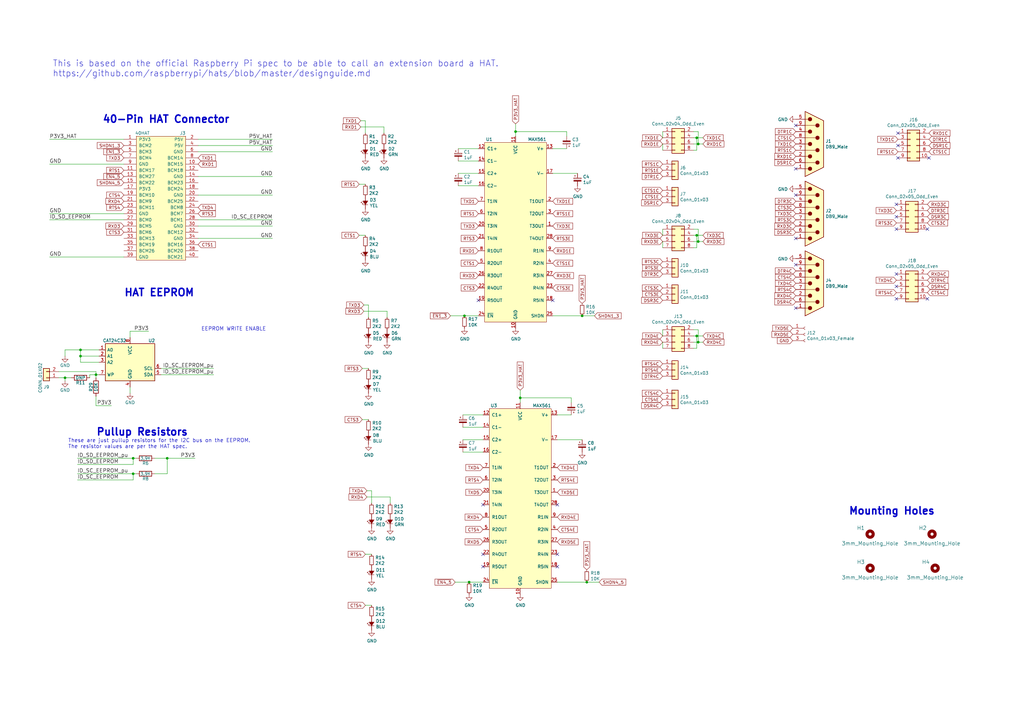
<source format=kicad_sch>
(kicad_sch (version 20230121) (generator eeschema)
  (paper "A3")
  (title_block (title "RPi V.24") (date "2021-09-07") (rev "A"))
  (junction (at 286.385 99.06))
  (junction (at 39.37 153.67))
  (junction (at 33.02 146.05))
  (junction (at 286.385 59.055))
  (junction (at 240.665 238.76))
  (junction (at 68.58 187.96))
  (junction (at 238.76 129.54))
  (junction (at 213.36 163.195))
  (junction (at 190.5 129.54))
  (junction (at 285.75 56.515))
  (junction (at 26.67 154.94))
  (junction (at 192.405 238.76))
  (junction (at 286.385 140.335))
  (junction (at 285.75 96.52))
  (junction (at 33.02 143.51))
  (junction (at 211.455 53.975))
  (junction (at 285.75 137.795))
  (junction (at 54.61 187.96))
  (junction (at 54.61 194.31))
  (no_connect (at 367.665 117.475))
  (no_connect (at 198.12 227.33))
  (no_connect (at 368.3 59.69))
  (no_connect (at 367.665 93.98))
  (no_connect (at 226.695 123.19))
  (no_connect (at 380.365 122.555))
  (no_connect (at 326.39 69.215))
  (no_connect (at 368.3 54.61))
  (no_connect (at 326.39 51.435))
  (no_connect (at 367.665 122.555))
  (no_connect (at 326.39 108.585))
  (no_connect (at 367.665 112.395))
  (no_connect (at 196.215 123.19))
  (no_connect (at 326.39 80.01))
  (no_connect (at 228.6 227.33))
  (no_connect (at 381 64.77))
  (no_connect (at 228.6 207.01))
  (no_connect (at 367.665 83.82))
  (no_connect (at 198.12 232.41))
  (no_connect (at 228.6 232.41))
  (no_connect (at 326.39 126.365))
  (no_connect (at 368.3 64.77))
  (no_connect (at 326.39 97.79))
  (no_connect (at 367.665 88.9))
  (no_connect (at 380.365 93.98))
  (no_connect (at 198.12 207.01))
  (wire (pts (xy 151.13 130.175) (xy 151.13 125.095)))
  (wire (pts (xy 26.67 143.51) (xy 33.02 143.51)))
  (wire (pts (xy 285.75 96.52) (xy 288.29 96.52)))
  (wire (pts (xy 286.385 53.975) (xy 286.385 59.055)))
  (wire (pts (xy 54.61 190.5) (xy 31.75 190.5)))
  (wire (pts (xy 228.6 238.76) (xy 240.665 238.76)))
  (wire (pts (xy 234.315 170.18) (xy 228.6 170.18)))
  (wire (pts (xy 149.225 125.095) (xy 151.13 125.095)))
  (wire (pts (xy 26.67 143.51) (xy 26.67 146.05)))
  (wire (pts (xy 271.78 135.255) (xy 271.78 137.795)))
  (wire (pts (xy 285.75 137.795) (xy 288.29 137.795)))
  (wire (pts (xy 33.02 146.05) (xy 33.02 148.59)))
  (wire (pts (xy 26.67 156.21) (xy 26.67 154.94)))
  (wire (pts (xy 271.78 93.98) (xy 271.78 96.52)))
  (wire (pts (xy 238.76 129.54) (xy 243.84 129.54)))
  (wire (pts (xy 286.385 135.255) (xy 286.385 140.335)))
  (wire (pts (xy 50.8 67.31) (xy 20.32 67.31)))
  (wire (pts (xy 24.13 154.94) (xy 26.67 154.94)))
  (wire (pts (xy 149.86 54.61) (xy 149.86 49.53)))
  (wire (pts (xy 81.28 72.39) (xy 111.76 72.39)))
  (wire (pts (xy 39.37 166.37) (xy 39.37 162.56)))
  (wire (pts (xy 240.665 238.76) (xy 245.745 238.76)))
  (wire (pts (xy 232.41 55.88) (xy 232.41 53.975)))
  (wire (pts (xy 68.58 187.96) (xy 80.01 187.96)))
  (wire (pts (xy 45.72 166.37) (xy 39.37 166.37)))
  (wire (pts (xy 24.13 152.4) (xy 39.37 152.4)))
  (wire (pts (xy 147.955 49.53) (xy 149.86 49.53)))
  (wire (pts (xy 189.865 175.26) (xy 198.12 175.26)))
  (wire (pts (xy 284.48 137.795) (xy 285.75 137.795)))
  (wire (pts (xy 149.86 227.33) (xy 152.4 227.33)))
  (wire (pts (xy 271.78 53.975) (xy 271.78 56.515)))
  (wire (pts (xy 234.315 165.1) (xy 234.315 163.195)))
  (wire (pts (xy 150.495 201.295) (xy 152.4 201.295)))
  (wire (pts (xy 198.12 185.42) (xy 189.865 185.42)))
  (wire (pts (xy 285.75 96.52) (xy 285.75 101.6)))
  (wire (pts (xy 238.76 180.34) (xy 228.6 180.34)))
  (wire (pts (xy 186.69 238.76) (xy 192.405 238.76)))
  (wire (pts (xy 81.28 90.17) (xy 111.76 90.17)))
  (wire (pts (xy 189.865 170.18) (xy 198.12 170.18)))
  (wire (pts (xy 68.58 194.31) (xy 63.5 194.31)))
  (wire (pts (xy 285.75 61.595) (xy 284.48 61.595)))
  (wire (pts (xy 157.48 54.61) (xy 157.48 52.07)))
  (wire (pts (xy 81.28 80.01) (xy 111.76 80.01)))
  (wire (pts (xy 284.48 93.98) (xy 286.385 93.98)))
  (wire (pts (xy 148.59 151.13) (xy 151.13 151.13)))
  (wire (pts (xy 81.28 97.79) (xy 111.76 97.79)))
  (wire (pts (xy 236.855 71.12) (xy 226.695 71.12)))
  (wire (pts (xy 160.02 206.375) (xy 160.02 203.835)))
  (wire (pts (xy 285.75 101.6) (xy 284.48 101.6)))
  (wire (pts (xy 196.215 76.2) (xy 187.96 76.2)))
  (wire (pts (xy 286.385 59.055) (xy 288.29 59.055)))
  (wire (pts (xy 81.28 59.69) (xy 111.76 59.69)))
  (wire (pts (xy 213.36 160.02) (xy 213.36 163.195)))
  (wire (pts (xy 81.28 62.23) (xy 111.76 62.23)))
  (wire (pts (xy 53.34 135.89) (xy 53.34 138.43)))
  (wire (pts (xy 152.4 206.375) (xy 152.4 201.295)))
  (wire (pts (xy 286.385 140.335) (xy 284.48 140.335)))
  (wire (pts (xy 40.64 146.05) (xy 33.02 146.05)))
  (wire (pts (xy 39.37 152.4) (xy 39.37 153.67)))
  (wire (pts (xy 54.61 196.85) (xy 31.75 196.85)))
  (wire (pts (xy 189.865 180.34) (xy 198.12 180.34)))
  (wire (pts (xy 284.48 53.975) (xy 286.385 53.975)))
  (wire (pts (xy 284.48 135.255) (xy 286.385 135.255)))
  (wire (pts (xy 285.75 56.515) (xy 285.75 61.595)))
  (wire (pts (xy 53.34 158.75) (xy 53.34 161.29)))
  (wire (pts (xy 187.96 60.96) (xy 196.215 60.96)))
  (wire (pts (xy 184.785 129.54) (xy 190.5 129.54)))
  (wire (pts (xy 286.385 99.06) (xy 288.29 99.06)))
  (wire (pts (xy 234.315 163.195) (xy 213.36 163.195)))
  (wire (pts (xy 53.34 135.89) (xy 60.96 135.89)))
  (wire (pts (xy 284.48 56.515) (xy 285.75 56.515)))
  (wire (pts (xy 33.02 148.59) (xy 40.64 148.59)))
  (wire (pts (xy 232.41 53.975) (xy 211.455 53.975)))
  (wire (pts (xy 39.37 153.67) (xy 40.64 153.67)))
  (wire (pts (xy 285.75 56.515) (xy 288.29 56.515)))
  (wire (pts (xy 232.41 60.96) (xy 226.695 60.96)))
  (wire (pts (xy 50.8 105.41) (xy 20.32 105.41)))
  (wire (pts (xy 148.59 172.085) (xy 151.13 172.085)))
  (wire (pts (xy 66.04 151.13) (xy 87.63 151.13)))
  (wire (pts (xy 213.36 163.195) (xy 213.36 165.1)))
  (wire (pts (xy 271.78 59.055) (xy 271.78 61.595)))
  (wire (pts (xy 211.455 53.975) (xy 211.455 55.88)))
  (wire (pts (xy 26.67 154.94) (xy 29.21 154.94)))
  (wire (pts (xy 285.75 137.795) (xy 285.75 142.875)))
  (wire (pts (xy 33.02 143.51) (xy 40.64 143.51)))
  (wire (pts (xy 33.02 143.51) (xy 33.02 146.05)))
  (wire (pts (xy 150.495 203.835) (xy 160.02 203.835)))
  (wire (pts (xy 50.8 87.63) (xy 20.32 87.63)))
  (wire (pts (xy 147.32 96.52) (xy 149.86 96.52)))
  (wire (pts (xy 31.75 194.31) (xy 54.61 194.31)))
  (wire (pts (xy 286.385 93.98) (xy 286.385 99.06)))
  (wire (pts (xy 286.385 99.06) (xy 284.48 99.06)))
  (wire (pts (xy 158.75 130.175) (xy 158.75 127.635)))
  (wire (pts (xy 211.455 50.8) (xy 211.455 53.975)))
  (wire (pts (xy 36.83 153.67) (xy 36.83 154.94)))
  (wire (pts (xy 271.78 99.06) (xy 271.78 101.6)))
  (wire (pts (xy 54.61 187.96) (xy 55.88 187.96)))
  (wire (pts (xy 286.385 59.055) (xy 284.48 59.055)))
  (wire (pts (xy 192.405 238.76) (xy 198.12 238.76)))
  (wire (pts (xy 63.5 187.96) (xy 68.58 187.96)))
  (wire (pts (xy 50.8 90.17) (xy 20.32 90.17)))
  (wire (pts (xy 31.75 187.96) (xy 54.61 187.96)))
  (wire (pts (xy 187.96 71.12) (xy 196.215 71.12)))
  (wire (pts (xy 81.28 92.71) (xy 111.76 92.71)))
  (wire (pts (xy 54.61 194.31) (xy 55.88 194.31)))
  (wire (pts (xy 39.37 153.67) (xy 39.37 154.94)))
  (wire (pts (xy 286.385 140.335) (xy 288.29 140.335)))
  (wire (pts (xy 187.96 66.04) (xy 196.215 66.04)))
  (wire (pts (xy 147.955 52.07) (xy 157.48 52.07)))
  (wire (pts (xy 50.8 57.15) (xy 20.32 57.15)))
  (wire (pts (xy 149.225 127.635) (xy 158.75 127.635)))
  (wire (pts (xy 147.32 75.565) (xy 149.86 75.565)))
  (wire (pts (xy 285.75 142.875) (xy 284.48 142.875)))
  (wire (pts (xy 87.63 153.67) (xy 66.04 153.67)))
  (wire (pts (xy 271.78 140.335) (xy 271.78 142.875)))
  (wire (pts (xy 68.58 194.31) (xy 68.58 187.96)))
  (wire (pts (xy 149.86 248.285) (xy 152.4 248.285)))
  (wire (pts (xy 190.5 129.54) (xy 196.215 129.54)))
  (wire (pts (xy 36.83 153.67) (xy 39.37 153.67)))
  (wire (pts (xy 226.695 129.54) (xy 238.76 129.54)))
  (wire (pts (xy 81.28 57.15) (xy 111.76 57.15)))
  (wire (pts (xy 54.61 190.5) (xy 54.61 187.96)))
  (wire (pts (xy 284.48 96.52) (xy 285.75 96.52)))
  (wire (pts (xy 54.61 196.85) (xy 54.61 194.31)))
  (text "Pullup Resistors" (at 39.37 179.07 0) (effects (font (size 2.9972 2.9972) (thickness 0.5994) bold) (justify left bottom)))
  (text "EEPROM WRITE ENABLE" (at 82.55 135.89 0) (effects (font (size 1.524 1.524)) (justify left bottom)))
  (text "These are just pullup resistors for the I2C bus on the EEPROM.\nThe resistor values are per the HAT spec." (at 27.94 184.15 0) (effects (font (size 1.524 1.524)) (justify left bottom)))
  (text "40-Pin HAT Connector" (at 41.91 50.8 0) (effects (font (size 2.9972 2.9972) (thickness 0.5994) bold) (justify left bottom)))
  (text "HAT EEPROM" (at 50.8 121.92 0) (effects (font (size 2.9972 2.9972) (thickness 0.5994) bold) (justify left bottom)))
  (text "Mounting Holes" (at 347.98 211.455 0) (effects (font (size 2.9972 2.9972) (thickness 0.5994) bold) (justify left bottom)))
  (text "This is based on the official Raspberry Pi spec to be able to call an extension board a HAT.\nhttps://github.com/raspberrypi/hats/blob/master/designguide.md" (at 21.59 31.75 0) (effects (font (size 2.54 2.54)) (justify left bottom)))
  (label "ID_SC_EEPROM_pu" (at 31.75 194.31 0) (effects (font (size 1.524 1.524))))
  (label "GND" (at 20.32 87.63 0) (effects (font (size 1.524 1.524))))
  (label "GND" (at 20.32 105.41 0) (effects (font (size 1.524 1.524))))
  (label "ID_SD_EEPROM_pu" (at 87.63 153.67 180) (effects (font (size 1.524 1.524))))
  (label "P3V3_HAT" (at 20.32 57.15 0) (effects (font (size 1.524 1.524))))
  (label "P5V_HAT" (at 111.76 59.69 180) (effects (font (size 1.524 1.524))))
  (label "P3V3" (at 60.96 135.89 180) (effects (font (size 1.524 1.524))))
  (label "ID_SD_EEPROM" (at 20.32 90.17 0) (effects (font (size 1.524 1.524))))
  (label "ID_SC_EEPROM" (at 31.75 196.85 0) (effects (font (size 1.524 1.524))))
  (label "GND" (at 111.76 62.23 180) (effects (font (size 1.524 1.524))))
  (label "ID_SC_EEPROM" (at 111.76 90.17 180) (effects (font (size 1.524 1.524))))
  (label "P3V3" (at 80.01 187.96 180) (effects (font (size 1.524 1.524))))
  (label "GND" (at 111.76 72.39 180) (effects (font (size 1.524 1.524))))
  (label "GND" (at 111.76 92.71 180) (effects (font (size 1.524 1.524))))
  (label "P3V3" (at 45.72 166.37 180) (effects (font (size 1.524 1.524))))
  (label "GND" (at 111.76 80.01 180) (effects (font (size 1.524 1.524))))
  (label "P5V_HAT" (at 111.76 57.15 180) (effects (font (size 1.524 1.524))))
  (label "GND" (at 20.32 67.31 0) (effects (font (size 1.524 1.524))))
  (label "ID_SD_EEPROM_pu" (at 31.75 187.96 0) (effects (font (size 1.524 1.524))))
  (label "ID_SC_EEPROM_pu" (at 87.63 151.13 180) (effects (font (size 1.524 1.524))))
  (label "ID_SD_EEPROM" (at 31.75 190.5 0) (effects (font (size 1.524 1.524))))
  (label "GND" (at 111.76 97.79 180) (effects (font (size 1.524 1.524))))
  (global_label "TXD3E" (shape input) (at 271.78 96.52 180) (property "Intersheetrefs" "${INTERSHEET_REFS}" (effects hide)))
  (global_label "RXD4C" (shape input) (at 380.365 112.395 0) (property "Intersheetrefs" "${INTERSHEET_REFS}" (effects hide)))
  (global_label "~{EN4_5}" (shape input) (at 50.8 72.39 180) (property "Intersheetrefs" "${INTERSHEET_REFS}" (effects hide)))
  (global_label "RTS1" (shape input) (at 147.32 75.565 180) (property "Intersheetrefs" "${INTERSHEET_REFS}" (effects hide)))
  (global_label "CTS4" (shape input) (at 50.8 80.01 180) (property "Intersheetrefs" "${INTERSHEET_REFS}" (effects hide)))
  (global_label "RTS4" (shape input) (at 50.8 85.09 180) (property "Intersheetrefs" "${INTERSHEET_REFS}" (effects hide)))
  (global_label "RTS3" (shape input) (at 196.215 97.79 180) (property "Intersheetrefs" "${INTERSHEET_REFS}" (effects hide)))
  (global_label "TXD3" (shape input) (at 50.8 64.77 180) (property "Intersheetrefs" "${INTERSHEET_REFS}" (effects hide)))
  (global_label "DTR1C" (shape input) (at 271.78 72.39 180) (property "Intersheetrefs" "${INTERSHEET_REFS}" (effects hide)))
  (global_label "TXD1" (shape input) (at 81.28 64.77 0) (property "Intersheetrefs" "${INTERSHEET_REFS}" (effects hide)))
  (global_label "CTS1C" (shape input) (at 326.39 56.515 180) (property "Intersheetrefs" "${INTERSHEET_REFS}" (effects hide)))
  (global_label "RTS4E" (shape input) (at 228.6 196.85 0) (property "Intersheetrefs" "${INTERSHEET_REFS}" (effects hide)))
  (global_label "CTS1" (shape input) (at 147.32 96.52 180) (property "Intersheetrefs" "${INTERSHEET_REFS}" (effects hide)))
  (global_label "RTS4C" (shape input) (at 326.39 118.745 180) (property "Intersheetrefs" "${INTERSHEET_REFS}" (effects hide)))
  (global_label "RXD1" (shape input) (at 196.215 102.87 180) (property "Intersheetrefs" "${INTERSHEET_REFS}" (effects hide)))
  (global_label "RTS4E" (shape input) (at 271.78 151.765 180) (property "Intersheetrefs" "${INTERSHEET_REFS}" (effects hide)))
  (global_label "RXD4C" (shape input) (at 288.29 140.335 0) (property "Intersheetrefs" "${INTERSHEET_REFS}" (effects hide)))
  (global_label "CTS3C" (shape input) (at 380.365 91.44 0) (property "Intersheetrefs" "${INTERSHEET_REFS}" (effects hide)))
  (global_label "RXD4C" (shape input) (at 326.39 121.285 180) (property "Intersheetrefs" "${INTERSHEET_REFS}" (effects hide)))
  (global_label "CTS4C" (shape input) (at 271.78 161.29 180) (property "Intersheetrefs" "${INTERSHEET_REFS}" (effects hide)))
  (global_label "TXD5E" (shape input) (at 325.12 134.62 180) (property "Intersheetrefs" "${INTERSHEET_REFS}" (effects hide)))
  (global_label "DSR3C" (shape input) (at 380.365 88.9 0) (property "Intersheetrefs" "${INTERSHEET_REFS}" (effects hide)))
  (global_label "RTS4" (shape input) (at 149.86 227.33 180) (property "Intersheetrefs" "${INTERSHEET_REFS}" (effects hide)))
  (global_label "SHDN4_5" (shape input) (at 50.8 74.93 180) (property "Intersheetrefs" "${INTERSHEET_REFS}" (effects hide)))
  (global_label "TXD1" (shape input) (at 147.955 49.53 180) (property "Intersheetrefs" "${INTERSHEET_REFS}" (effects hide)))
  (global_label "CTS3" (shape input) (at 50.8 95.25 180) (property "Intersheetrefs" "${INTERSHEET_REFS}" (effects hide)))
  (global_label "RXD3C" (shape input) (at 326.39 92.71 180) (property "Intersheetrefs" "${INTERSHEET_REFS}" (effects hide)))
  (global_label "RXD5E" (shape input) (at 325.12 137.16 180) (property "Intersheetrefs" "${INTERSHEET_REFS}" (effects hide)))
  (global_label "DSR3C" (shape input) (at 326.39 95.25 180) (property "Intersheetrefs" "${INTERSHEET_REFS}" (effects hide)))
  (global_label "RXD4" (shape input) (at 150.495 203.835 180) (property "Intersheetrefs" "${INTERSHEET_REFS}" (effects hide)))
  (global_label "SHDN1_3" (shape input) (at 50.8 59.69 180) (property "Intersheetrefs" "${INTERSHEET_REFS}" (effects hide)))
  (global_label "DTR3C" (shape input) (at 380.365 86.36 0) (property "Intersheetrefs" "${INTERSHEET_REFS}" (effects hide)))
  (global_label "RTS1C" (shape input) (at 368.3 62.23 180) (property "Intersheetrefs" "${INTERSHEET_REFS}" (effects hide)))
  (global_label "CTS4" (shape input) (at 198.12 217.17 180) (property "Intersheetrefs" "${INTERSHEET_REFS}" (effects hide)))
  (global_label "CTS3E" (shape input) (at 271.78 120.65 180) (property "Intersheetrefs" "${INTERSHEET_REFS}" (effects hide)))
  (global_label "CTS4E" (shape input) (at 228.6 217.17 0) (property "Intersheetrefs" "${INTERSHEET_REFS}" (effects hide)))
  (global_label "CTS1E" (shape input) (at 226.695 107.95 0) (property "Intersheetrefs" "${INTERSHEET_REFS}" (effects hide)))
  (global_label "DTR3C" (shape input) (at 271.78 112.395 180) (property "Intersheetrefs" "${INTERSHEET_REFS}" (effects hide)))
  (global_label "RTS4C" (shape input) (at 271.78 149.225 180) (property "Intersheetrefs" "${INTERSHEET_REFS}" (effects hide)))
  (global_label "~{EN1_3}" (shape input) (at 50.8 62.23 180) (property "Intersheetrefs" "${INTERSHEET_REFS}" (effects hide)))
  (global_label "RXD4E" (shape input) (at 228.6 212.09 0) (property "Intersheetrefs" "${INTERSHEET_REFS}" (effects hide)))
  (global_label "CTS4C" (shape input) (at 326.39 113.665 180) (property "Intersheetrefs" "${INTERSHEET_REFS}" (effects hide)))
  (global_label "CTS1" (shape input) (at 196.215 107.95 180) (property "Intersheetrefs" "${INTERSHEET_REFS}" (effects hide)))
  (global_label "CTS3C" (shape input) (at 326.39 85.09 180) (property "Intersheetrefs" "${INTERSHEET_REFS}" (effects hide)))
  (global_label "RXD4E" (shape input) (at 271.78 140.335 180) (property "Intersheetrefs" "${INTERSHEET_REFS}" (effects hide)))
  (global_label "RXD1E" (shape input) (at 271.78 59.055 180) (property "Intersheetrefs" "${INTERSHEET_REFS}" (effects hide)))
  (global_label "CTS1C" (shape input) (at 381 62.23 0) (property "Intersheetrefs" "${INTERSHEET_REFS}" (effects hide)))
  (global_label "RTS3" (shape input) (at 81.28 87.63 0) (property "Intersheetrefs" "${INTERSHEET_REFS}" (effects hide)))
  (global_label "RTS3" (shape input) (at 148.59 151.13 180) (property "Intersheetrefs" "${INTERSHEET_REFS}" (effects hide)))
  (global_label "RXD1" (shape input) (at 81.28 67.31 0) (property "Intersheetrefs" "${INTERSHEET_REFS}" (effects hide)))
  (global_label "TXD4" (shape input) (at 81.28 85.09 0) (property "Intersheetrefs" "${INTERSHEET_REFS}" (effects hide)))
  (global_label "CTS3E" (shape input) (at 226.695 118.11 0) (property "Intersheetrefs" "${INTERSHEET_REFS}" (effects hide)))
  (global_label "CTS4C" (shape input) (at 380.365 120.015 0) (property "Intersheetrefs" "${INTERSHEET_REFS}" (effects hide)))
  (global_label "RTS4C" (shape input) (at 367.665 120.015 180) (property "Intersheetrefs" "${INTERSHEET_REFS}" (effects hide)))
  (global_label "TXD4" (shape input) (at 198.12 191.77 180) (property "Intersheetrefs" "${INTERSHEET_REFS}" (effects hide)))
  (global_label "TXD3C" (shape input) (at 326.39 87.63 180) (property "Intersheetrefs" "${INTERSHEET_REFS}" (effects hide)))
  (global_label "DSR3C" (shape input) (at 271.78 123.19 180) (property "Intersheetrefs" "${INTERSHEET_REFS}" (effects hide)))
  (global_label "RTS3E" (shape input) (at 271.78 109.855 180) (property "Intersheetrefs" "${INTERSHEET_REFS}" (effects hide)))
  (global_label "RXD1C" (shape input) (at 288.29 59.055 0) (property "Intersheetrefs" "${INTERSHEET_REFS}" (effects hide)))
  (global_label "RXD3E" (shape input) (at 271.78 99.06 180) (property "Intersheetrefs" "${INTERSHEET_REFS}" (effects hide)))
  (global_label "DTR1C" (shape input) (at 326.39 53.975 180) (property "Intersheetrefs" "${INTERSHEET_REFS}" (effects hide)))
  (global_label "TXD3" (shape input) (at 196.215 92.71 180) (property "Intersheetrefs" "${INTERSHEET_REFS}" (effects hide)))
  (global_label "RTS3C" (shape input) (at 367.665 91.44 180) (property "Intersheetrefs" "${INTERSHEET_REFS}" (effects hide)))
  (global_label "DSR4C" (shape input) (at 326.39 123.825 180) (property "Intersheetrefs" "${INTERSHEET_REFS}" (effects hide)))
  (global_label "DTR3C" (shape input) (at 326.39 82.55 180) (property "Intersheetrefs" "${INTERSHEET_REFS}" (effects hide)))
  (global_label "DTR4C" (shape input) (at 326.39 111.125 180) (property "Intersheetrefs" "${INTERSHEET_REFS}" (effects hide)))
  (global_label "TXD1" (shape input) (at 196.215 82.55 180) (property "Intersheetrefs" "${INTERSHEET_REFS}" (effects hide)))
  (global_label "RTS3C" (shape input) (at 271.78 107.315 180) (property "Intersheetrefs" "${INTERSHEET_REFS}" (effects hide)))
  (global_label "P3V3_HAT" (shape input) (at 240.665 233.68 90) (property "Intersheetrefs" "${INTERSHEET_REFS}" (effects hide)))
  (global_label "TXD1E" (shape input) (at 226.695 82.55 0) (property "Intersheetrefs" "${INTERSHEET_REFS}" (effects hide)))
  (global_label "RXD3C" (shape input) (at 288.29 99.06 0) (property "Intersheetrefs" "${INTERSHEET_REFS}" (effects hide)))
  (global_label "RXD1" (shape input) (at 147.955 52.07 180) (property "Intersheetrefs" "${INTERSHEET_REFS}" (effects hide)))
  (global_label "TXD3C" (shape input) (at 288.29 96.52 0) (property "Intersheetrefs" "${INTERSHEET_REFS}" (effects hide)))
  (global_label "RTS1" (shape input) (at 196.215 87.63 180) (property "Intersheetrefs" "${INTERSHEET_REFS}" (effects hide)))
  (global_label "RXD4" (shape input) (at 50.8 82.55 180) (property "Intersheetrefs" "${INTERSHEET_REFS}" (effects hide)))
  (global_label "TXD3C" (shape input) (at 367.665 86.36 180) (property "Intersheetrefs" "${INTERSHEET_REFS}" (effects hide)))
  (global_label "SHDN1_3" (shape input) (at 243.84 129.54 0) (property "Intersheetrefs" "${INTERSHEET_REFS}" (effects hide)))
  (global_label "DTR1C" (shape input) (at 381 57.15 0) (property "Intersheetrefs" "${INTERSHEET_REFS}" (effects hide)))
  (global_label "RTS1" (shape input) (at 50.8 69.85 180) (property "Intersheetrefs" "${INTERSHEET_REFS}" (effects hide)))
  (global_label "DSR4C" (shape input) (at 380.365 117.475 0) (property "Intersheetrefs" "${INTERSHEET_REFS}" (effects hide)))
  (global_label "TXD4C" (shape input) (at 326.39 116.205 180) (property "Intersheetrefs" "${INTERSHEET_REFS}" (effects hide)))
  (global_label "DSR4C" (shape input) (at 271.78 166.37 180) (property "Intersheetrefs" "${INTERSHEET_REFS}" (effects hide)))
  (global_label "RXD1C" (shape input) (at 326.39 64.135 180) (property "Intersheetrefs" "${INTERSHEET_REFS}" (effects hide)))
  (global_label "TXD1E" (shape input) (at 271.78 56.515 180) (property "Intersheetrefs" "${INTERSHEET_REFS}" (effects hide)))
  (global_label "CTS1C" (shape input) (at 271.78 78.105 180) (property "Intersheetrefs" "${INTERSHEET_REFS}" (effects hide)))
  (global_label "TXD1C" (shape input) (at 326.39 59.055 180) (property "Intersheetrefs" "${INTERSHEET_REFS}" (effects hide)))
  (global_label "CTS1E" (shape input) (at 271.78 80.645 180) (property "Intersheetrefs" "${INTERSHEET_REFS}" (effects hide)))
  (global_label "TXD4C" (shape input) (at 288.29 137.795 0) (property "Intersheetrefs" "${INTERSHEET_REFS}" (effects hide)))
  (global_label "DTR4C" (shape input) (at 380.365 114.935 0) (property "Intersheetrefs" "${INTERSHEET_REFS}" (effects hide)))
  (global_label "~{EN1_3}" (shape input) (at 184.785 129.54 180) (property "Intersheetrefs" "${INTERSHEET_REFS}" (effects hide)))
  (global_label "CTS3" (shape input) (at 148.59 172.085 180) (property "Intersheetrefs" "${INTERSHEET_REFS}" (effects hide)))
  (global_label "RXD3" (shape input) (at 196.215 113.03 180) (property "Intersheetrefs" "${INTERSHEET_REFS}" (effects hide)))
  (global_label "P3V3_HAT" (shape input) (at 238.76 124.46 90) (property "Intersheetrefs" "${INTERSHEET_REFS}" (effects hide)))
  (global_label "RXD3" (shape input) (at 50.8 92.71 180) (property "Intersheetrefs" "${INTERSHEET_REFS}" (effects hide)))
  (global_label "CTS4E" (shape input) (at 271.78 163.83 180) (property "Intersheetrefs" "${INTERSHEET_REFS}" (effects hide)))
  (global_label "DSR1C" (shape input) (at 381 59.69 0) (property "Intersheetrefs" "${INTERSHEET_REFS}" (effects hide)))
  (global_label "GND" (shape input) (at 325.12 139.7 180) (property "Intersheetrefs" "${INTERSHEET_REFS}" (effects hide)))
  (global_label "TXD1C" (shape input) (at 288.29 56.515 0) (property "Intersheetrefs" "${INTERSHEET_REFS}" (effects hide)))
  (global_label "RTS3E" (shape input) (at 226.695 97.79 0) (property "Intersheetrefs" "${INTERSHEET_REFS}" (effects hide)))
  (global_label "DTR4C" (shape input) (at 271.78 154.305 180) (property "Intersheetrefs" "${INTERSHEET_REFS}" (effects hide)))
  (global_label "TXD1C" (shape input) (at 368.3 57.15 180) (property "Intersheetrefs" "${INTERSHEET_REFS}" (effects hide)))
  (global_label "RXD1C" (shape input) (at 381 54.61 0) (property "Intersheetrefs" "${INTERSHEET_REFS}" (effects hide)))
  (global_label "CTS1" (shape input) (at 81.28 100.33 0) (property "Intersheetrefs" "${INTERSHEET_REFS}" (effects hide)))
  (global_label "RXD5" (shape input) (at 198.12 222.25 180) (property "Intersheetrefs" "${INTERSHEET_REFS}" (effects hide)))
  (global_label "RTS1C" (shape input) (at 271.78 67.31 180) (property "Intersheetrefs" "${INTERSHEET_REFS}" (effects hide)))
  (global_label "RTS1E" (shape input) (at 271.78 69.85 180) (property "Intersheetrefs" "${INTERSHEET_REFS}" (effects hide)))
  (global_label "RXD3C" (shape input) (at 380.365 83.82 0) (property "Intersheetrefs" "${INTERSHEET_REFS}" (effects hide)))
  (global_label "RXD5E" (shape input) (at 228.6 222.25 0) (property "Intersheetrefs" "${INTERSHEET_REFS}" (effects hide)))
  (global_label "RXD3" (shape input) (at 149.225 127.635 180) (property "Intersheetrefs" "${INTERSHEET_REFS}" (effects hide)))
  (global_label "RTS1E" (shape input) (at 226.695 87.63 0) (property "Intersheetrefs" "${INTERSHEET_REFS}" (effects hide)))
  (global_label "RXD4" (shape input) (at 198.12 212.09 180) (property "Intersheetrefs" "${INTERSHEET_REFS}" (effects hide)))
  (global_label "TXD4E" (shape input) (at 271.78 137.795 180) (property "Intersheetrefs" "${INTERSHEET_REFS}" (effects hide)))
  (global_label "TXD4" (shape input) (at 150.495 201.295 180) (property "Intersheetrefs" "${INTERSHEET_REFS}" (effects hide)))
  (global_label "RXD3E" (shape input) (at 226.695 113.03 0) (property "Intersheetrefs" "${INTERSHEET_REFS}" (effects hide)))
  (global_label "RTS1C" (shape input) (at 326.39 61.595 180) (property "Intersheetrefs" "${INTERSHEET_REFS}" (effects hide)))
  (global_label "CTS4" (shape input) (at 149.86 248.285 180) (property "Intersheetrefs" "${INTERSHEET_REFS}" (effects hide)))
  (global_label "RTS4" (shape input) (at 198.12 196.85 180) (property "Intersheetrefs" "${INTERSHEET_REFS}" (effects hide)))
  (global_label "SHDN4_5" (shape input) (at 245.745 238.76 0) (property "Intersheetrefs" "${INTERSHEET_REFS}" (effects hide)))
  (global_label "TXD4E" (shape input) (at 228.6 191.77 0) (property "Intersheetrefs" "${INTERSHEET_REFS}" (effects hide)))
  (global_label "CTS3" (shape input) (at 196.215 118.11 180) (property "Intersheetrefs" "${INTERSHEET_REFS}" (effects hide)))
  (global_label "P3V3_HAT" (shape input) (at 213.36 160.02 90) (property "Intersheetrefs" "${INTERSHEET_REFS}" (effects hide)))
  (global_label "TXD4C" (shape input) (at 367.665 114.935 180) (property "Intersheetrefs" "${INTERSHEET_REFS}" (effects hide)))
  (global_label "RXD1E" (shape input) (at 226.695 102.87 0) (property "Intersheetrefs" "${INTERSHEET_REFS}" (effects hide)))
  (global_label "DSR1C" (shape input) (at 326.39 66.675 180) (property "Intersheetrefs" "${INTERSHEET_REFS}" (effects hide)))
  (global_label "P3V3_HAT" (shape input) (at 211.455 50.8 90) (property "Intersheetrefs" "${INTERSHEET_REFS}" (effects hide)))
  (global_label "TXD3" (shape input) (at 149.225 125.095 180) (property "Intersheetrefs" "${INTERSHEET_REFS}" (effects hide)))
  (global_label "~{EN4_5}" (shape input) (at 186.69 238.76 180) (property "Intersheetrefs" "${INTERSHEET_REFS}" (effects hide)))
  (global_label "TXD3E" (shape input) (at 226.695 92.71 0) (property "Intersheetrefs" "${INTERSHEET_REFS}" (effects hide)))
  (global_label "TXD5" (shape input) (at 198.12 201.93 180) (property "Intersheetrefs" "${INTERSHEET_REFS}" (effects hide)))
  (global_label "TXD5E" (shape input) (at 228.6 201.93 0) (property "Intersheetrefs" "${INTERSHEET_REFS}" (effects hide)))
  (global_label "CTS3C" (shape input) (at 271.78 118.11 180) (property "Intersheetrefs" "${INTERSHEET_REFS}" (effects hide)))
  (global_label "DSR1C" (shape input) (at 271.78 83.185 180) (property "Intersheetrefs" "${INTERSHEET_REFS}" (effects hide)))
  (global_label "RTS3C" (shape input) (at 326.39 90.17 180) (property "Intersheetrefs" "${INTERSHEET_REFS}" (effects hide)))
  (symbol (lib_id "RPi_V24-rescue:MountingHole-Mechanical") (at 356.87 219.075 0) (unit 1)
    (property "Reference" "H1" (at 353.06 216.535 0) (effects (font (size 1.524 1.524))))
    (property "Value" "3mm_Mounting_Hole" (at 356.87 222.885 0) (effects (font (size 1.524 1.524))))
    (property "Footprint" "project_footprints:NPTH_3mm_ID" (effects hide))
  )
  (symbol (lib_id "RPi_V24-rescue:MountingHole-Mechanical") (at 382.27 219.075 0) (unit 1)
    (property "Reference" "H2" (at 378.46 216.535 0) (effects (font (size 1.524 1.524))))
    (property "Value" "3mm_Mounting_Hole" (at 382.27 222.885 0) (effects (font (size 1.524 1.524))))
    (property "Footprint" "project_footprints:NPTH_3mm_ID" (effects hide))
  )
  (symbol (lib_id "RPi_V24-rescue:MountingHole-Mechanical") (at 356.87 233.045 0) (unit 1)
    (property "Reference" "H3" (at 353.06 230.505 0) (effects (font (size 1.524 1.524))))
    (property "Value" "3mm_Mounting_Hole" (at 356.87 236.855 0) (effects (font (size 1.524 1.524))))
    (property "Footprint" "project_footprints:NPTH_3mm_ID" (effects hide))
  )
  (symbol (lib_id "RPi_V24-rescue:MountingHole-Mechanical") (at 383.54 233.045 0) (unit 1)
    (property "Reference" "H4" (at 379.73 230.505 0) (effects (font (size 1.524 1.524))))
    (property "Value" "3mm_Mounting_Hole" (at 383.54 236.855 0) (effects (font (size 1.524 1.524))))
    (property "Footprint" "project_footprints:NPTH_3mm_ID" (effects hide))
  )
  (symbol (lib_id "raspberrypi_hat:OX40HAT") (at 66.04 57.15 0) (unit 1)
    (property "Reference" "J3" (at 74.93 54.61 0))
    (property "Value" "40HAT" (at 58.42 54.61 0))
    (property "Footprint" "Connector_PinSocket_2.54mm:PinSocket_2x20_P2.54mm_Vertical" (effects hide))
  )
  (symbol (lib_id "raspberrypi_hat:CAT24C32") (at 53.34 148.59 0) (unit 1)
    (property "Reference" "U2" (at 62.23 139.7 0))
    (property "Value" "CAT24C32" (at 46.99 139.7 0))
    (property "Footprint" "Package_SOIC:SOIC-8_3.9x4.9mm_P1.27mm" (effects hide))
  )
  (symbol (lib_id "RPi_V24-rescue:R-Device") (at 59.69 187.96 270) (unit 1)
    (property "Reference" "R6" (at 59.69 189.992 90))
    (property "Value" "3.9K" (at 59.69 187.96 90))
    (property "Footprint" "Resistor_SMD:R_0603_1608Metric_Pad0.84x1.00mm_HandSolder" (effects hide))
  )
  (symbol (lib_id "RPi_V24-rescue:R-Device") (at 59.69 194.31 270) (unit 1)
    (property "Reference" "R8" (at 59.69 196.342 90))
    (property "Value" "3.9K" (at 59.69 194.31 90))
    (property "Footprint" "Resistor_SMD:R_0603_1608Metric_Pad0.84x1.00mm_HandSolder" (effects hide))
  )
  (symbol (lib_id "RPi_V24-rescue:Conn_01x02-Connector_Generic") (at 19.05 154.94 180) (unit 1)
    (property "Reference" "J9" (at 19.05 158.75 0))
    (property "Value" "CONN_01X02" (at 16.51 154.94 90))
    (property "Footprint" "Connector_PinHeader_2.54mm:PinHeader_1x02_P2.54mm_Vertical" (effects hide))
  )
  (symbol (lib_id "RPi_V24-rescue:R-Device") (at 39.37 158.75 180) (unit 1)
    (property "Reference" "R29" (at 37.338 158.75 90))
    (property "Value" "10K" (at 39.37 158.75 90))
    (property "Footprint" "Resistor_SMD:R_0603_1608Metric_Pad0.84x1.00mm_HandSolder" (effects hide))
  )
  (symbol (lib_id "RPi_V24-rescue:GND-power") (at 26.67 146.05 0) (unit 1)
    (property "Reference" "#PWR03" (effects hide))
    (property "Value" "GND" (at 26.67 149.86 0))
  )
  (symbol (lib_id "RPi_V24-rescue:GND-power") (at 26.67 156.21 0) (unit 1)
    (property "Reference" "#PWR04" (effects hide))
    (property "Value" "GND" (at 26.67 160.02 0))
  )
  (symbol (lib_id "RPi_V24-rescue:R-Device") (at 33.02 154.94 270) (unit 1)
    (property "Reference" "R11" (at 33.02 156.972 90))
    (property "Value" "DNP" (at 33.02 154.94 90))
    (property "Footprint" "Resistor_SMD:R_0603_1608Metric_Pad0.84x1.00mm_HandSolder" (effects hide))
  )
  (symbol (lib_id "RPi_V24-rescue:GND-power") (at 53.34 161.29 0) (unit 1)
    (property "Reference" "#PWR05" (effects hide))
    (property "Value" "GND" (at 53.34 165.1 0))
  )
  (symbol (lib_id "RPi_V24-rescue:DB9_Male-Connector") (at 334.01 59.055 0) (unit 1)
    (property "Reference" "J1" (at 338.582 57.8866 0) (effects (justify left)))
    (property "Value" "DB9_Male" (at 338.582 60.198 0) (effects (justify left)))
    (property "Footprint" "Connector_Dsub:DSUB-9_Male_Horizontal_P2.77x2.84mm_EdgePinOffset7.70mm_Housed_MountingHolesOffset9.12mm" (effects hide))
    (property "Datasheet" " ~" (effects hide))
  )
  (symbol (lib_id "RPi_V24-rescue:DB9_Male-Connector") (at 334.01 87.63 0) (unit 1)
    (property "Reference" "J2" (at 338.582 86.4616 0) (effects (justify left)))
    (property "Value" "DB9_Male" (at 338.582 88.773 0) (effects (justify left)))
    (property "Footprint" "Connector_Dsub:DSUB-9_Male_Horizontal_P2.77x2.84mm_EdgePinOffset7.70mm_Housed_MountingHolesOffset9.12mm" (effects hide))
    (property "Datasheet" " ~" (effects hide))
  )
  (symbol (lib_id "RPi_V24-rescue:DB9_Male-Connector") (at 334.01 116.205 0) (unit 1)
    (property "Reference" "J4" (at 338.582 115.0366 0) (effects (justify left)))
    (property "Value" "DB9_Male" (at 338.582 117.348 0) (effects (justify left)))
    (property "Footprint" "Connector_Dsub:DSUB-9_Male_Horizontal_P2.77x2.84mm_EdgePinOffset7.70mm_Housed_MountingHolesOffset9.12mm" (effects hide))
    (property "Datasheet" " ~" (effects hide))
  )
  (symbol (lib_id "RPi_V24-rescue:GND-power") (at 326.39 48.895 270) (unit 1)
    (property "Reference" "#PWR0117" (effects hide))
    (property "Value" "GND" (at 323.1388 49.022 90) (effects (justify right)))
  )
  (symbol (lib_id "RPi_V24-rescue:GND-power") (at 326.39 77.47 270) (unit 1)
    (property "Reference" "#PWR0118" (effects hide))
    (property "Value" "GND" (at 323.1388 77.597 90) (effects (justify right)))
  )
  (symbol (lib_id "RPi_V24-rescue:GND-power") (at 326.39 106.045 270) (unit 1)
    (property "Reference" "#PWR0119" (effects hide))
    (property "Value" "GND" (at 323.1388 106.172 90) (effects (justify right)))
  )
  (symbol (lib_id "MAX561:MAX561") (at 211.455 95.25 0) (unit 1)
    (property "Reference" "U1" (at 200.66 57.15 0))
    (property "Value" "MAX561" (at 220.345 57.15 0))
    (property "Footprint" "Package_SO:SSOP-28_3.9x9.9mm_P0.635mm" (effects hide))
  )
  (symbol (lib_id "RPi_V24-rescue:CP_Small-Device") (at 187.96 63.5 0) (unit 1)
    (property "Reference" "C1" (at 190.1952 62.3316 0) (effects (justify left)))
    (property "Value" "1uF" (at 190.1952 64.643 0) (effects (justify left)))
    (property "Footprint" "Capacitor_SMD:C_0402_1005Metric" (effects hide))
  )
  (symbol (lib_id "RPi_V24-rescue:CP_Small-Device") (at 187.96 73.66 0) (unit 1)
    (property "Reference" "C2" (at 190.1952 72.4916 0) (effects (justify left)))
    (property "Value" "1uF" (at 190.1952 74.803 0) (effects (justify left)))
    (property "Footprint" "Capacitor_SMD:C_0402_1005Metric" (effects hide))
  )
  (symbol (lib_id "RPi_V24-rescue:CP_Small-Device") (at 236.855 73.66 0) (unit 1)
    (property "Reference" "C4" (at 239.0902 72.4916 0) (effects (justify left)))
    (property "Value" "1uF" (at 239.0902 74.803 0) (effects (justify left)))
    (property "Footprint" "Capacitor_SMD:C_0402_1005Metric" (effects hide))
  )
  (symbol (lib_id "RPi_V24-rescue:GND-power") (at 236.855 76.2 0) (unit 1)
    (property "Reference" "#PWR0101" (effects hide))
    (property "Value" "GND" (at 236.982 80.5942 0))
  )
  (symbol (lib_id "RPi_V24-rescue:CP_Small-Device") (at 232.41 58.42 180) (unit 1)
    (property "Reference" "C3" (at 234.6452 57.2516 0) (effects (justify right)))
    (property "Value" "1uF" (at 234.6452 59.563 0) (effects (justify right)))
    (property "Footprint" "Capacitor_SMD:C_0402_1005Metric" (effects hide))
  )
  (symbol (lib_id "MAX561:MAX561") (at 213.36 204.47 0) (unit 1)
    (property "Reference" "U3" (at 202.565 166.37 0))
    (property "Value" "MAX561" (at 222.25 166.37 0))
    (property "Footprint" "Package_SO:SSOP-28_3.9x9.9mm_P0.635mm" (effects hide))
  )
  (symbol (lib_id "RPi_V24-rescue:CP_Small-Device") (at 189.865 172.72 0) (unit 1)
    (property "Reference" "C6" (at 192.1002 171.5516 0) (effects (justify left)))
    (property "Value" "1uF" (at 192.1002 173.863 0) (effects (justify left)))
    (property "Footprint" "Capacitor_SMD:C_0402_1005Metric" (effects hide))
  )
  (symbol (lib_id "RPi_V24-rescue:CP_Small-Device") (at 189.865 182.88 0) (unit 1)
    (property "Reference" "C7" (at 192.1002 181.7116 0) (effects (justify left)))
    (property "Value" "1uF" (at 192.1002 184.023 0) (effects (justify left)))
    (property "Footprint" "Capacitor_SMD:C_0402_1005Metric" (effects hide))
  )
  (symbol (lib_id "RPi_V24-rescue:CP_Small-Device") (at 238.76 182.88 0) (unit 1)
    (property "Reference" "C8" (at 240.9952 181.7116 0) (effects (justify left)))
    (property "Value" "1uF" (at 240.9952 184.023 0) (effects (justify left)))
    (property "Footprint" "Capacitor_SMD:C_0402_1005Metric" (effects hide))
  )
  (symbol (lib_id "RPi_V24-rescue:GND-power") (at 238.76 185.42 0) (unit 1)
    (property "Reference" "#PWR0102" (effects hide))
    (property "Value" "GND" (at 238.887 189.8142 0))
  )
  (symbol (lib_id "RPi_V24-rescue:CP_Small-Device") (at 234.315 167.64 180) (unit 1)
    (property "Reference" "C5" (at 236.5502 166.4716 0) (effects (justify right)))
    (property "Value" "1uF" (at 236.5502 168.783 0) (effects (justify right)))
    (property "Footprint" "Capacitor_SMD:C_0402_1005Metric" (effects hide))
  )
  (symbol (lib_id "RPi_V24-rescue:Conn_01x03_Female-Connector") (at 330.2 137.16 0) (unit 1)
    (property "Reference" "J12" (at 330.9112 136.4996 0) (effects (justify left)))
    (property "Value" "Conn_01x03_Female" (at 330.9112 138.811 0) (effects (justify left)))
    (property "Footprint" "Connector_PinSocket_2.54mm:PinSocket_1x03_P2.54mm_Vertical" (effects hide))
  )
  (symbol (lib_id "RPi_V24-rescue:Conn_01x03-Connector_Generic") (at 276.86 80.645 0) (unit 1)
    (property "Reference" "J7" (at 278.892 79.5782 0) (effects (justify left)))
    (property "Value" "Conn_01x03" (at 278.892 81.8896 0) (effects (justify left)))
    (property "Footprint" "Connector_PinHeader_2.54mm:PinHeader_1x03_P2.54mm_Vertical" (effects hide))
  )
  (symbol (lib_id "RPi_V24-rescue:Conn_01x03-Connector_Generic") (at 276.86 69.85 0) (unit 1)
    (property "Reference" "J6" (at 278.892 68.7832 0) (effects (justify left)))
    (property "Value" "Conn_01x03" (at 278.892 71.0946 0) (effects (justify left)))
    (property "Footprint" "Connector_PinHeader_2.54mm:PinHeader_1x03_P2.54mm_Vertical" (effects hide))
  )
  (symbol (lib_id "RPi_V24-rescue:Conn_02x04_Odd_Even-Connector_Generic") (at 276.86 56.515 0) (unit 1)
    (property "Reference" "J5" (at 278.13 48.4632 0))
    (property "Value" "Conn_02x04_Odd_Even" (at 278.13 50.7746 0))
    (property "Footprint" "Connector_PinHeader_2.54mm:PinHeader_2x04_P2.54mm_Vertical" (effects hide))
  )
  (symbol (lib_id "RPi_V24-rescue:GND-power") (at 211.455 134.62 0) (unit 1)
    (property "Reference" "#PWR0103" (effects hide))
    (property "Value" "GND" (at 211.582 139.0142 0))
  )
  (symbol (lib_id "RPi_V24-rescue:GND-power") (at 213.36 243.84 0) (unit 1)
    (property "Reference" "#PWR0104" (effects hide))
    (property "Value" "GND" (at 213.487 248.2342 0))
  )
  (symbol (lib_id "RPi_V24-rescue:LED_Small_ALT-Device") (at 149.86 62.23 90) (unit 1)
    (property "Reference" "D1" (at 151.5872 61.0616 90) (effects (justify right)))
    (property "Value" "RED" (at 151.5872 63.373 90) (effects (justify right)))
    (property "Footprint" "LED_SMD:LED_0603_1608Metric" (effects hide))
  )
  (symbol (lib_id "RPi_V24-rescue:LED_Small_ALT-Device") (at 157.48 62.23 90) (unit 1)
    (property "Reference" "D2" (at 159.2072 61.0616 90) (effects (justify right)))
    (property "Value" "GRN" (at 159.2072 63.373 90) (effects (justify right)))
    (property "Footprint" "LED_SMD:LED_0603_1608Metric" (effects hide))
  )
  (symbol (lib_id "RPi_V24-rescue:LED_Small_ALT-Device") (at 149.86 83.185 90) (unit 1)
    (property "Reference" "D3" (at 151.5872 82.0166 90) (effects (justify right)))
    (property "Value" "YEL" (at 151.5872 84.328 90) (effects (justify right)))
    (property "Footprint" "LED_SMD:LED_0603_1608Metric" (effects hide))
  )
  (symbol (lib_id "RPi_V24-rescue:LED_Small_ALT-Device") (at 149.86 104.14 90) (unit 1)
    (property "Reference" "D4" (at 151.5872 102.9716 90) (effects (justify right)))
    (property "Value" "BLU" (at 151.5872 105.283 90) (effects (justify right)))
    (property "Footprint" "LED_SMD:LED_0603_1608Metric" (effects hide))
  )
  (symbol (lib_id "RPi_V24-rescue:R_Small-Device") (at 149.86 57.15 0) (unit 1)
    (property "Reference" "R1" (at 151.3586 55.9816 0) (effects (justify left)))
    (property "Value" "2K2" (at 151.3586 58.293 0) (effects (justify left)))
    (property "Footprint" "Resistor_SMD:R_0402_1005Metric" (effects hide))
  )
  (symbol (lib_id "RPi_V24-rescue:R_Small-Device") (at 157.48 57.15 0) (unit 1)
    (property "Reference" "R2" (at 158.9786 55.9816 0) (effects (justify left)))
    (property "Value" "2K2" (at 158.9786 58.293 0) (effects (justify left)))
    (property "Footprint" "Resistor_SMD:R_0402_1005Metric" (effects hide))
  )
  (symbol (lib_id "RPi_V24-rescue:GND-power") (at 149.86 64.77 0) (unit 1)
    (property "Reference" "#PWR0105" (effects hide))
    (property "Value" "GND" (at 149.987 69.1642 0))
  )
  (symbol (lib_id "RPi_V24-rescue:GND-power") (at 157.48 64.77 0) (unit 1)
    (property "Reference" "#PWR0106" (effects hide))
    (property "Value" "GND" (at 157.607 69.1642 0))
  )
  (symbol (lib_id "RPi_V24-rescue:R_Small-Device") (at 149.86 78.105 0) (unit 1)
    (property "Reference" "R3" (at 151.3586 76.9366 0) (effects (justify left)))
    (property "Value" "2K2" (at 151.3586 79.248 0) (effects (justify left)))
    (property "Footprint" "Resistor_SMD:R_0402_1005Metric" (effects hide))
  )
  (symbol (lib_id "RPi_V24-rescue:GND-power") (at 149.86 85.725 0) (unit 1)
    (property "Reference" "#PWR0107" (effects hide))
    (property "Value" "GND" (at 149.987 90.1192 0))
  )
  (symbol (lib_id "RPi_V24-rescue:R_Small-Device") (at 149.86 99.06 0) (unit 1)
    (property "Reference" "R4" (at 151.3586 97.8916 0) (effects (justify left)))
    (property "Value" "2K2" (at 151.3586 100.203 0) (effects (justify left)))
    (property "Footprint" "Resistor_SMD:R_0402_1005Metric" (effects hide))
  )
  (symbol (lib_id "RPi_V24-rescue:GND-power") (at 149.86 106.68 0) (unit 1)
    (property "Reference" "#PWR0108" (effects hide))
    (property "Value" "GND" (at 149.987 111.0742 0))
  )
  (symbol (lib_id "RPi_V24-rescue:Conn_02x04_Odd_Even-Connector_Generic") (at 276.86 96.52 0) (unit 1)
    (property "Reference" "J8" (at 278.13 88.4682 0))
    (property "Value" "Conn_02x04_Odd_Even" (at 278.13 90.7796 0))
    (property "Footprint" "Connector_PinHeader_2.54mm:PinHeader_2x04_P2.54mm_Vertical" (effects hide))
  )
  (symbol (lib_id "RPi_V24-rescue:Conn_01x03-Connector_Generic") (at 276.86 109.855 0) (unit 1)
    (property "Reference" "J10" (at 278.892 108.7882 0) (effects (justify left)))
    (property "Value" "Conn_01x03" (at 278.892 111.0996 0) (effects (justify left)))
    (property "Footprint" "Connector_PinHeader_2.54mm:PinHeader_1x03_P2.54mm_Vertical" (effects hide))
  )
  (symbol (lib_id "RPi_V24-rescue:Conn_01x03-Connector_Generic") (at 276.86 120.65 0) (unit 1)
    (property "Reference" "J11" (at 278.892 119.5832 0) (effects (justify left)))
    (property "Value" "Conn_01x03" (at 278.892 121.8946 0) (effects (justify left)))
    (property "Footprint" "Connector_PinHeader_2.54mm:PinHeader_1x03_P2.54mm_Vertical" (effects hide))
  )
  (symbol (lib_id "RPi_V24-rescue:LED_Small_ALT-Device") (at 151.13 137.795 90) (unit 1)
    (property "Reference" "D5" (at 152.8572 136.6266 90) (effects (justify right)))
    (property "Value" "RED" (at 152.8572 138.938 90) (effects (justify right)))
    (property "Footprint" "LED_SMD:LED_0603_1608Metric" (effects hide))
  )
  (symbol (lib_id "RPi_V24-rescue:LED_Small_ALT-Device") (at 158.75 137.795 90) (unit 1)
    (property "Reference" "D6" (at 160.4772 136.6266 90) (effects (justify right)))
    (property "Value" "GRN" (at 160.4772 138.938 90) (effects (justify right)))
    (property "Footprint" "LED_SMD:LED_0603_1608Metric" (effects hide))
  )
  (symbol (lib_id "RPi_V24-rescue:LED_Small_ALT-Device") (at 151.13 158.75 90) (unit 1)
    (property "Reference" "D7" (at 152.8572 157.5816 90) (effects (justify right)))
    (property "Value" "YEL" (at 152.8572 159.893 90) (effects (justify right)))
    (property "Footprint" "LED_SMD:LED_0603_1608Metric" (effects hide))
  )
  (symbol (lib_id "RPi_V24-rescue:LED_Small_ALT-Device") (at 151.13 179.705 90) (unit 1)
    (property "Reference" "D8" (at 152.8572 178.5366 90) (effects (justify right)))
    (property "Value" "BLU" (at 152.8572 180.848 90) (effects (justify right)))
    (property "Footprint" "LED_SMD:LED_0603_1608Metric" (effects hide))
  )
  (symbol (lib_id "RPi_V24-rescue:R_Small-Device") (at 151.13 132.715 0) (unit 1)
    (property "Reference" "R5" (at 152.6286 131.5466 0) (effects (justify left)))
    (property "Value" "2K2" (at 152.6286 133.858 0) (effects (justify left)))
    (property "Footprint" "Resistor_SMD:R_0402_1005Metric" (effects hide))
  )
  (symbol (lib_id "RPi_V24-rescue:R_Small-Device") (at 158.75 132.715 0) (unit 1)
    (property "Reference" "R7" (at 160.2486 131.5466 0) (effects (justify left)))
    (property "Value" "2K2" (at 160.2486 133.858 0) (effects (justify left)))
    (property "Footprint" "Resistor_SMD:R_0402_1005Metric" (effects hide))
  )
  (symbol (lib_id "RPi_V24-rescue:GND-power") (at 151.13 140.335 0) (unit 1)
    (property "Reference" "#PWR0109" (effects hide))
    (property "Value" "GND" (at 151.257 144.7292 0))
  )
  (symbol (lib_id "RPi_V24-rescue:GND-power") (at 158.75 140.335 0) (unit 1)
    (property "Reference" "#PWR0110" (effects hide))
    (property "Value" "GND" (at 158.877 144.7292 0))
  )
  (symbol (lib_id "RPi_V24-rescue:R_Small-Device") (at 151.13 153.67 0) (unit 1)
    (property "Reference" "R9" (at 152.6286 152.5016 0) (effects (justify left)))
    (property "Value" "2K2" (at 152.6286 154.813 0) (effects (justify left)))
    (property "Footprint" "Resistor_SMD:R_0402_1005Metric" (effects hide))
  )
  (symbol (lib_id "RPi_V24-rescue:GND-power") (at 151.13 161.29 0) (unit 1)
    (property "Reference" "#PWR0111" (effects hide))
    (property "Value" "GND" (at 151.257 165.6842 0))
  )
  (symbol (lib_id "RPi_V24-rescue:R_Small-Device") (at 151.13 174.625 0) (unit 1)
    (property "Reference" "R10" (at 152.6286 173.4566 0) (effects (justify left)))
    (property "Value" "2K2" (at 152.6286 175.768 0) (effects (justify left)))
    (property "Footprint" "Resistor_SMD:R_0402_1005Metric" (effects hide))
  )
  (symbol (lib_id "RPi_V24-rescue:GND-power") (at 151.13 182.245 0) (unit 1)
    (property "Reference" "#PWR0112" (effects hide))
    (property "Value" "GND" (at 151.257 186.6392 0))
  )
  (symbol (lib_id "RPi_V24-rescue:Conn_02x04_Odd_Even-Connector_Generic") (at 276.86 137.795 0) (unit 1)
    (property "Reference" "J13" (at 278.13 129.7432 0))
    (property "Value" "Conn_02x04_Odd_Even" (at 278.13 132.0546 0))
    (property "Footprint" "Connector_PinHeader_2.54mm:PinHeader_2x04_P2.54mm_Vertical" (effects hide))
  )
  (symbol (lib_id "RPi_V24-rescue:Conn_01x03-Connector_Generic") (at 276.86 151.765 0) (unit 1)
    (property "Reference" "J14" (at 278.892 150.6982 0) (effects (justify left)))
    (property "Value" "Conn_01x03" (at 278.892 153.0096 0) (effects (justify left)))
    (property "Footprint" "Connector_PinHeader_2.54mm:PinHeader_1x03_P2.54mm_Vertical" (effects hide))
  )
  (symbol (lib_id "RPi_V24-rescue:Conn_01x03-Connector_Generic") (at 276.86 163.83 0) (unit 1)
    (property "Reference" "J15" (at 278.892 162.7632 0) (effects (justify left)))
    (property "Value" "Conn_01x03" (at 278.892 165.0746 0) (effects (justify left)))
    (property "Footprint" "Connector_PinHeader_2.54mm:PinHeader_1x03_P2.54mm_Vertical" (effects hide))
  )
  (symbol (lib_id "RPi_V24-rescue:LED_Small_ALT-Device") (at 152.4 213.995 90) (unit 1)
    (property "Reference" "D9" (at 154.1272 212.8266 90) (effects (justify right)))
    (property "Value" "RED" (at 154.1272 215.138 90) (effects (justify right)))
    (property "Footprint" "LED_SMD:LED_0603_1608Metric" (effects hide))
  )
  (symbol (lib_id "RPi_V24-rescue:LED_Small_ALT-Device") (at 160.02 213.995 90) (unit 1)
    (property "Reference" "D10" (at 161.7472 212.8266 90) (effects (justify right)))
    (property "Value" "GRN" (at 161.7472 215.138 90) (effects (justify right)))
    (property "Footprint" "LED_SMD:LED_0603_1608Metric" (effects hide))
  )
  (symbol (lib_id "RPi_V24-rescue:LED_Small_ALT-Device") (at 152.4 234.95 90) (unit 1)
    (property "Reference" "D11" (at 154.1272 233.7816 90) (effects (justify right)))
    (property "Value" "YEL" (at 154.1272 236.093 90) (effects (justify right)))
    (property "Footprint" "LED_SMD:LED_0603_1608Metric" (effects hide))
  )
  (symbol (lib_id "RPi_V24-rescue:LED_Small_ALT-Device") (at 152.4 255.905 90) (unit 1)
    (property "Reference" "D12" (at 154.1272 254.7366 90) (effects (justify right)))
    (property "Value" "BLU" (at 154.1272 257.048 90) (effects (justify right)))
    (property "Footprint" "LED_SMD:LED_0603_1608Metric" (effects hide))
  )
  (symbol (lib_id "RPi_V24-rescue:R_Small-Device") (at 152.4 208.915 0) (unit 1)
    (property "Reference" "R12" (at 153.8986 207.7466 0) (effects (justify left)))
    (property "Value" "2K2" (at 153.8986 210.058 0) (effects (justify left)))
    (property "Footprint" "Resistor_SMD:R_0402_1005Metric" (effects hide))
  )
  (symbol (lib_id "RPi_V24-rescue:R_Small-Device") (at 160.02 208.915 0) (unit 1)
    (property "Reference" "R13" (at 161.5186 207.7466 0) (effects (justify left)))
    (property "Value" "2K2" (at 161.5186 210.058 0) (effects (justify left)))
    (property "Footprint" "Resistor_SMD:R_0402_1005Metric" (effects hide))
  )
  (symbol (lib_id "RPi_V24-rescue:GND-power") (at 152.4 216.535 0) (unit 1)
    (property "Reference" "#PWR0113" (effects hide))
    (property "Value" "GND" (at 152.527 220.9292 0))
  )
  (symbol (lib_id "RPi_V24-rescue:GND-power") (at 160.02 216.535 0) (unit 1)
    (property "Reference" "#PWR0114" (effects hide))
    (property "Value" "GND" (at 160.147 220.9292 0))
  )
  (symbol (lib_id "RPi_V24-rescue:R_Small-Device") (at 152.4 229.87 0) (unit 1)
    (property "Reference" "R14" (at 153.8986 228.7016 0) (effects (justify left)))
    (property "Value" "2K2" (at 153.8986 231.013 0) (effects (justify left)))
    (property "Footprint" "Resistor_SMD:R_0402_1005Metric" (effects hide))
  )
  (symbol (lib_id "RPi_V24-rescue:GND-power") (at 152.4 237.49 0) (unit 1)
    (property "Reference" "#PWR0115" (effects hide))
    (property "Value" "GND" (at 152.527 241.8842 0))
  )
  (symbol (lib_id "RPi_V24-rescue:R_Small-Device") (at 152.4 250.825 0) (unit 1)
    (property "Reference" "R15" (at 153.8986 249.6566 0) (effects (justify left)))
    (property "Value" "2K2" (at 153.8986 251.968 0) (effects (justify left)))
    (property "Footprint" "Resistor_SMD:R_0402_1005Metric" (effects hide))
  )
  (symbol (lib_id "RPi_V24-rescue:GND-power") (at 152.4 258.445 0) (unit 1)
    (property "Reference" "#PWR0116" (effects hide))
    (property "Value" "GND" (at 152.527 262.8392 0))
  )
  (symbol (lib_id "RPi_V24-rescue:Conn_02x05_Odd_Even-Connector_Generic") (at 373.38 59.69 0) (unit 1)
    (property "Reference" "J16" (at 374.65 49.0982 0))
    (property "Value" "Conn_02x05_Odd_Even" (at 374.65 51.4096 0))
    (property "Footprint" "Connector_IDC:IDC-Header_2x05_P2.54mm_Vertical" (effects hide))
  )
  (symbol (lib_id "RPi_V24-rescue:Conn_02x05_Odd_Even-Connector_Generic") (at 372.745 88.9 0) (unit 1)
    (property "Reference" "J17" (at 374.015 78.3082 0))
    (property "Value" "Conn_02x05_Odd_Even" (at 374.015 80.6196 0))
    (property "Footprint" "Connector_IDC:IDC-Header_2x05_P2.54mm_Vertical" (effects hide))
  )
  (symbol (lib_id "RPi_V24-rescue:Conn_02x05_Odd_Even-Connector_Generic") (at 372.745 117.475 0) (unit 1)
    (property "Reference" "J18" (at 374.015 106.8832 0))
    (property "Value" "Conn_02x05_Odd_Even" (at 374.015 109.1946 0))
    (property "Footprint" "Connector_IDC:IDC-Header_2x05_P2.54mm_Vertical" (effects hide))
  )
  (symbol (lib_id "RPi_V24-rescue:R_Small-Device") (at 192.405 241.3 0) (unit 1)
    (property "Reference" "R19" (at 193.9036 240.1316 0) (effects (justify left)))
    (property "Value" "10K" (at 193.9036 242.443 0) (effects (justify left)))
    (property "Footprint" "Resistor_SMD:R_0402_1005Metric" (effects hide))
  )
  (symbol (lib_id "RPi_V24-rescue:GND-power") (at 192.405 243.84 0) (unit 1)
    (property "Reference" "#PWR0120" (effects hide))
    (property "Value" "GND" (at 192.532 248.2342 0))
  )
  (symbol (lib_id "RPi_V24-rescue:R_Small-Device") (at 240.665 236.22 0) (unit 1)
    (property "Reference" "R18" (at 242.1636 235.0516 0) (effects (justify left)))
    (property "Value" "10K" (at 242.1636 237.363 0) (effects (justify left)))
    (property "Footprint" "Resistor_SMD:R_0402_1005Metric" (effects hide))
  )
  (symbol (lib_id "RPi_V24-rescue:R_Small-Device") (at 190.5 132.08 0) (unit 1)
    (property "Reference" "R17" (at 191.9986 130.9116 0) (effects (justify left)))
    (property "Value" "10K" (at 191.9986 133.223 0) (effects (justify left)))
    (property "Footprint" "Resistor_SMD:R_0402_1005Metric" (effects hide))
  )
  (symbol (lib_id "RPi_V24-rescue:GND-power") (at 190.5 134.62 0) (unit 1)
    (property "Reference" "#PWR0121" (effects hide))
    (property "Value" "GND" (at 190.627 139.0142 0))
  )
  (symbol (lib_id "RPi_V24-rescue:R_Small-Device") (at 238.76 127 0) (unit 1)
    (property "Reference" "R16" (at 240.2586 125.8316 0) (effects (justify left)))
    (property "Value" "10K" (at 240.2586 128.143 0) (effects (justify left)))
    (property "Footprint" "Resistor_SMD:R_0402_1005Metric" (effects hide))
  )
)
</source>
